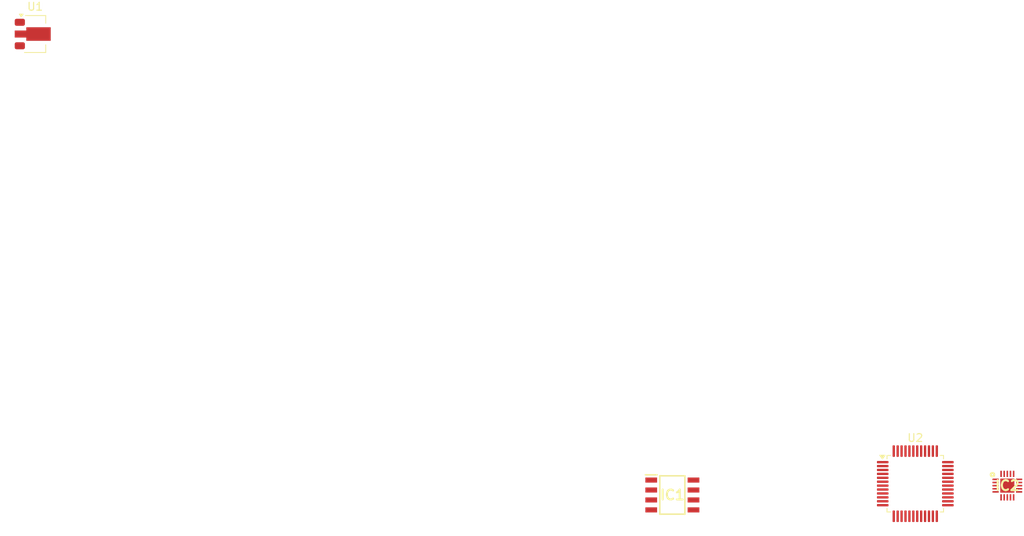
<source format=kicad_pcb>
(kicad_pcb (version 20240108) (generator "pcbnew") (generator_version "8.0")
  (layers (0 "F.Cu" signal) (31 "B.Cu" signal) (34 "B.Paste" user) (35 "F.Paste" user) (36 "B.SilkS" user "B.Silkscreen") (37 "F.SilkS" user "F.Silkscreen") (38 "B.Mask" user) (39 "F.Mask" user) (44 "Edge.Cuts" user))
  (net 0 "")
  (net 1 "+8V")
  (net 2 "GND")
  (net 3 "+3.3V")
  (net 4 "OUTPUT")
  (net 5 "Net-(IC1-FB)")
  (net 50 "Net-(U2-VSS-Pad23)")
  (footprint "Package_QFP:LQFP-48_7x7mm_P0.5mm" (layer "F.Cu") (at 115.3375 60.05)
    (property "Reference" "U2" (at 0 -5.85 0) (layer "F.SilkS"))
    (property "Value" "STM32G431C6Tx")
    (fp_line (start -3.61 -3.61) (end -3.61 -3.16) (stroke (width 0.12)) (layer "F.SilkS"))
    (fp_line (start -3.61 3.61) (end -3.61 3.16) (stroke (width 0.12)) (layer "F.SilkS"))
    (fp_line (start -3.16 -3.61) (end -3.61 -3.61) (stroke (width 0.12)) (layer "F.SilkS"))
    (fp_line (start -3.16 3.61) (end -3.61 3.61) (stroke (width 0.12)) (layer "F.SilkS"))
    (fp_line (start 3.16 -3.61) (end 3.61 -3.61) (stroke (width 0.12)) (layer "F.SilkS"))
    (fp_line (start 3.16 3.61) (end 3.61 3.61) (stroke (width 0.12)) (layer "F.SilkS"))
    (fp_line (start 3.61 -3.61) (end 3.61 -3.16) (stroke (width 0.12)) (layer "F.SilkS"))
    (fp_line (start 3.61 3.61) (end 3.61 3.16) (stroke (width 0.12)) (layer "F.SilkS"))
    (fp_poly (pts (xy -4.2 -3.16) (xy -4.54 -3.63) (xy -3.86 -3.63) (xy -4.2 -3.16)) (stroke (width 0.12)) (fill solid) (layer "F.SilkS"))
    (pad "1" smd roundrect (at -4.1625 -2.75) (size 1.475 0.3) (layers "F.Cu" "F.Paste" "F.Mask"))
    (pad "2" smd roundrect (at -4.1625 -2.25) (size 1.475 0.3) (layers "F.Cu" "F.Paste" "F.Mask"))
    (pad "3" smd roundrect (at -4.1625 -1.75) (size 1.475 0.3) (layers "F.Cu" "F.Paste" "F.Mask"))
    (pad "4" smd roundrect (at -4.1625 -1.25) (size 1.475 0.3) (layers "F.Cu" "F.Paste" "F.Mask"))
    (pad "5" smd roundrect (at -4.1625 -0.75) (size 1.475 0.3) (layers "F.Cu" "F.Paste" "F.Mask"))
    (pad "6" smd roundrect (at -4.1625 -0.25) (size 1.475 0.3) (layers "F.Cu" "F.Paste" "F.Mask"))
    (pad "7" smd roundrect (at -4.1625 0.25) (size 1.475 0.3) (layers "F.Cu" "F.Paste" "F.Mask"))
    (pad "8" smd roundrect (at -4.1625 0.75) (size 1.475 0.3) (layers "F.Cu" "F.Paste" "F.Mask"))
    (pad "9" smd roundrect (at -4.1625 1.25) (size 1.475 0.3) (layers "F.Cu" "F.Paste" "F.Mask"))
    (pad "10" smd roundrect (at -4.1625 1.75) (size 1.475 0.3) (layers "F.Cu" "F.Paste" "F.Mask"))
    (pad "11" smd roundrect (at -4.1625 2.25) (size 1.475 0.3) (layers "F.Cu" "F.Paste" "F.Mask"))
    (pad "12" smd roundrect (at -4.1625 2.75) (size 1.475 0.3) (layers "F.Cu" "F.Paste" "F.Mask"))
    (pad "13" smd roundrect (at -2.75 4.1625) (size 0.3 1.475) (layers "F.Cu" "F.Paste" "F.Mask"))
    (pad "14" smd roundrect (at -2.25 4.1625) (size 0.3 1.475) (layers "F.Cu" "F.Paste" "F.Mask"))
    (pad "15" smd roundrect (at -1.75 4.1625) (size 0.3 1.475) (layers "F.Cu" "F.Paste" "F.Mask"))
    (pad "16" smd roundrect (at -1.25 4.1625) (size 0.3 1.475) (layers "F.Cu" "F.Paste" "F.Mask"))
    (pad "17" smd roundrect (at -0.75 4.1625) (size 0.3 1.475) (layers "F.Cu" "F.Paste" "F.Mask"))
    (pad "18" smd roundrect (at -0.25 4.1625) (size 0.3 1.475) (layers "F.Cu" "F.Paste" "F.Mask"))
    (pad "19" smd roundrect (at 0.25 4.1625) (size 0.3 1.475) (layers "F.Cu" "F.Paste" "F.Mask"))
    (pad "20" smd roundrect (at 0.75 4.1625) (size 0.3 1.475) (layers "F.Cu" "F.Paste" "F.Mask"))
    (pad "21" smd roundrect (at 1.25 4.1625) (size 0.3 1.475) (layers "F.Cu" "F.Paste" "F.Mask"))
    (pad "22" smd roundrect (at 1.75 4.1625) (size 0.3 1.475) (layers "F.Cu" "F.Paste" "F.Mask"))
    (pad "23" smd roundrect (at 2.25 4.1625) (size 0.3 1.475) (layers "F.Cu" "F.Paste" "F.Mask") (net 50 "Net-(U2-VSS-Pad23)"))
    (pad "24" smd roundrect (at 2.75 4.1625) (size 0.3 1.475) (layers "F.Cu" "F.Paste" "F.Mask"))
    (pad "25" smd roundrect (at 4.1625 2.75) (size 1.475 0.3) (layers "F.Cu" "F.Paste" "F.Mask"))
    (pad "26" smd roundrect (at 4.1625 2.25) (size 1.475 0.3) (layers "F.Cu" "F.Paste" "F.Mask"))
    (pad "27" smd roundrect (at 4.1625 1.75) (size 1.475 0.3) (layers "F.Cu" "F.Paste" "F.Mask"))
    (pad "28" smd roundrect (at 4.1625 1.25) (size 1.475 0.3) (layers "F.Cu" "F.Paste" "F.Mask"))
    (pad "29" smd roundrect (at 4.1625 0.75) (size 1.475 0.3) (layers "F.Cu" "F.Paste" "F.Mask"))
    (pad "30" smd roundrect (at 4.1625 0.25) (size 1.475 0.3) (layers "F.Cu" "F.Paste" "F.Mask"))
    (pad "31" smd roundrect (at 4.1625 -0.25) (size 1.475 0.3) (layers "F.Cu" "F.Paste" "F.Mask"))
    (pad "32" smd roundrect (at 4.1625 -0.75) (size 1.475 0.3) (layers "F.Cu" "F.Paste" "F.Mask"))
    (pad "33" smd roundrect (at 4.1625 -1.25) (size 1.475 0.3) (layers "F.Cu" "F.Paste" "F.Mask"))
    (pad "34" smd roundrect (at 4.1625 -1.75) (size 1.475 0.3) (layers "F.Cu" "F.Paste" "F.Mask"))
    (pad "35" smd roundrect (at 4.1625 -2.25) (size 1.475 0.3) (layers "F.Cu" "F.Paste" "F.Mask") (net 50 "Net-(U2-VSS-Pad23)"))
    (pad "36" smd roundrect (at 4.1625 -2.75) (size 1.475 0.3) (layers "F.Cu" "F.Paste" "F.Mask"))
    (pad "37" smd roundrect (at 2.75 -4.1625) (size 0.3 1.475) (layers "F.Cu" "F.Paste" "F.Mask"))
    (pad "38" smd roundrect (at 2.25 -4.1625) (size 0.3 1.475) (layers "F.Cu" "F.Paste" "F.Mask"))
    (pad "39" smd roundrect (at 1.75 -4.1625) (size 0.3 1.475) (layers "F.Cu" "F.Paste" "F.Mask"))
    (pad "40" smd roundrect (at 1.25 -4.1625) (size 0.3 1.475) (layers "F.Cu" "F.Paste" "F.Mask"))
    (pad "41" smd roundrect (at 0.75 -4.1625) (size 0.3 1.475) (layers "F.Cu" "F.Paste" "F.Mask"))
    (pad "42" smd roundrect (at 0.25 -4.1625) (size 0.3 1.475) (layers "F.Cu" "F.Paste" "F.Mask"))
    (pad "43" smd roundrect (at -0.25 -4.1625) (size 0.3 1.475) (layers "F.Cu" "F.Paste" "F.Mask"))
    (pad "44" smd roundrect (at -0.75 -4.1625) (size 0.3 1.475) (layers "F.Cu" "F.Paste" "F.Mask"))
    (pad "45" smd roundrect (at -1.25 -4.1625) (size 0.3 1.475) (layers "F.Cu" "F.Paste" "F.Mask"))
    (pad "46" smd roundrect (at -1.75 -4.1625) (size 0.3 1.475) (layers "F.Cu" "F.Paste" "F.Mask"))
    (pad "47" smd roundrect (at -2.25 -4.1625) (size 0.3 1.475) (layers "F.Cu" "F.Paste" "F.Mask") (net 50 "Net-(U2-VSS-Pad23)"))
    (pad "48" smd roundrect (at -2.75 -4.1625) (size 0.3 1.475) (layers "F.Cu" "F.Paste" "F.Mask"))
  )
  (footprint "Package_TO_SOT_SMD:SOT-89-3" (layer "F.Cu") (at 2.875 2.6)
    (property "Reference" "U1" (at 0 -3.5 0) (layer "F.SilkS"))
    (property "Value" "AP130-33Y")
    (fp_line (start -1.22 -2.36) (end 1.36 -2.36) (stroke (width 0.12)) (layer "F.SilkS"))
    (fp_line (start 1.36 -1.38) (end 1.36 -2.36) (stroke (width 0.12)) (layer "F.SilkS"))
    (fp_line (start 1.36 1.38) (end 1.36 2.36) (stroke (width 0.12)) (layer "F.SilkS"))
    (fp_line (start 1.36 2.36) (end -1.36 2.36) (stroke (width 0.12)) (layer "F.SilkS"))
    (fp_poly (pts (xy -1.77 -2.21) (xy -2.01 -2.54) (xy -1.53 -2.54) (xy -1.77 -2.21)) (stroke (width 0.12)) (fill solid) (layer "F.SilkS"))
    (pad "1" smd roundrect (at -1.95 -1.5) (size 1.3 0.9) (layers "F.Cu" "F.Paste" "F.Mask") (net 3 "+3.3V"))
    (pad "2" smd custom (at -1.8625 0) (size 1.475 0.9) (layers "F.Cu" "F.Paste" "F.Mask") (net 2 "GND") (options (clearance outline) (anchor rect)) (primitives (gr_poly (pts (xy 3.8625 0.8665) (xy 0.7375 0.8665) (xy 0.7375 -0.8665) (xy 3.8625 -0.8665)) (width 0) (fill yes))))
    (pad "3" smd roundrect (at -1.95 1.5) (size 1.3 0.9) (layers "F.Cu" "F.Paste" "F.Mask") (net 1 "+8V"))
  )
  (footprint "BUCK:SOIC127P600X170-8N" (layer "F.Cu") (at 84.3 61.495)
    (property "Reference" "IC1" (at 0 0 0) (layer "F.SilkS") (effects (font (size 1.27 1.27) (thickness 0.254))))
    (property "Value" "AP1509-50SG-13" (hide yes))
    (fp_line (start -3.45 -2.58) (end -1.95 -2.58) (stroke (width 0.2)) (layer "F.SilkS"))
    (fp_line (start -1.6 -2.45) (end 1.6 -2.45) (stroke (width 0.2)) (layer "F.SilkS"))
    (fp_line (start -1.6 2.45) (end -1.6 -2.45) (stroke (width 0.2)) (layer "F.SilkS"))
    (fp_line (start 1.6 -2.45) (end 1.6 2.45) (stroke (width 0.2)) (layer "F.SilkS"))
    (fp_line (start 1.6 2.45) (end -1.6 2.45) (stroke (width 0.2)) (layer "F.SilkS"))
    (pad "1" smd rect (at -2.7 -1.905 90) (size 0.65 1.5) (layers "F.Cu" "F.Paste" "F.Mask") (net 1 "+8V"))
    (pad "2" smd rect (at -2.7 -0.635 90) (size 0.65 1.5) (layers "F.Cu" "F.Paste" "F.Mask") (net 4 "OUTPUT"))
    (pad "3" smd rect (at -2.7 0.635 90) (size 0.65 1.5) (layers "F.Cu" "F.Paste" "F.Mask") (net 5 "Net-(IC1-FB)"))
    (pad "4" smd rect (at -2.7 1.905 90) (size 0.65 1.5) (layers "F.Cu" "F.Paste" "F.Mask") (net 2 "GND"))
    (pad "5" smd rect (at 2.7 1.905 90) (size 0.65 1.5) (layers "F.Cu" "F.Paste" "F.Mask") (net 2 "GND"))
    (pad "6" smd rect (at 2.7 0.635 90) (size 0.65 1.5) (layers "F.Cu" "F.Paste" "F.Mask") (net 2 "GND"))
    (pad "7" smd rect (at 2.7 -0.635 90) (size 0.65 1.5) (layers "F.Cu" "F.Paste" "F.Mask") (net 2 "GND"))
    (pad "8" smd rect (at 2.7 -1.905 90) (size 0.65 1.5) (layers "F.Cu" "F.Paste" "F.Mask") (net 2 "GND"))
  )
  (footprint "BUCK:QFN40P300X300X90-21N" (layer "F.Cu") (at 127.1 60.3)
    (property "Reference" "IC2" (at 0 0 0) (layer "F.SilkS") (effects (font (size 1.27 1.27) (thickness 0.254))))
    (property "Value" "TMC6300-LA-T" (hide yes))
    (fp_circle (center -1.9 -1.4) (end -1.8 -1.4) (stroke (width 0.254)) (fill none) (layer "F.SilkS"))
    (pad "1" smd rect (at -1.5 -0.8 90) (size 0.2 0.8) (layers "F.Cu" "F.Paste" "F.Mask"))
    (pad "2" smd rect (at -1.5 -0.4 90) (size 0.2 0.8) (layers "F.Cu" "F.Paste" "F.Mask"))
    (pad "3" smd rect (at -1.5 0 90) (size 0.2 0.8) (layers "F.Cu" "F.Paste" "F.Mask"))
    (pad "4" smd rect (at -1.5 0.4 90) (size 0.2 0.8) (layers "F.Cu" "F.Paste" "F.Mask"))
    (pad "5" smd rect (at -1.5 0.8 90) (size 0.2 0.8) (layers "F.Cu" "F.Paste" "F.Mask"))
    (pad "6" smd rect (at -0.8 1.5) (size 0.2 0.8) (layers "F.Cu" "F.Paste" "F.Mask"))
    (pad "7" smd rect (at -0.4 1.5) (size 0.2 0.8) (layers "F.Cu" "F.Paste" "F.Mask"))
    (pad "8" smd rect (at 0 1.5) (size 0.2 0.8) (layers "F.Cu" "F.Paste" "F.Mask"))
    (pad "9" smd rect (at 0.4 1.5) (size 0.2 0.8) (layers "F.Cu" "F.Paste" "F.Mask"))
    (pad "10" smd rect (at 0.8 1.5) (size 0.2 0.8) (layers "F.Cu" "F.Paste" "F.Mask"))
    (pad "11" smd rect (at 1.5 0.8 90) (size 0.2 0.8) (layers "F.Cu" "F.Paste" "F.Mask"))
    (pad "12" smd rect (at 1.5 0.4 90) (size 0.2 0.8) (layers "F.Cu" "F.Paste" "F.Mask"))
    (pad "13" smd rect (at 1.5 0 90) (size 0.2 0.8) (layers "F.Cu" "F.Paste" "F.Mask"))
    (pad "14" smd rect (at 1.5 -0.4 90) (size 0.2 0.8) (layers "F.Cu" "F.Paste" "F.Mask"))
    (pad "15" smd rect (at 1.5 -0.8 90) (size 0.2 0.8) (layers "F.Cu" "F.Paste" "F.Mask"))
    (pad "16" smd rect (at 0.8 -1.5) (size 0.2 0.8) (layers "F.Cu" "F.Paste" "F.Mask"))
    (pad "17" smd rect (at 0.4 -1.5) (size 0.2 0.8) (layers "F.Cu" "F.Paste" "F.Mask"))
    (pad "18" smd rect (at 0 -1.5) (size 0.2 0.8) (layers "F.Cu" "F.Paste" "F.Mask"))
    (pad "19" smd rect (at -0.4 -1.5) (size 0.2 0.8) (layers "F.Cu" "F.Paste" "F.Mask"))
    (pad "20" smd rect (at -0.8 -1.5) (size 0.2 0.8) (layers "F.Cu" "F.Paste" "F.Mask"))
    (pad "21" smd rect (at 0 0) (size 1.8 1.8) (layers "F.Cu" "F.Paste" "F.Mask"))
  )
)
</source>
